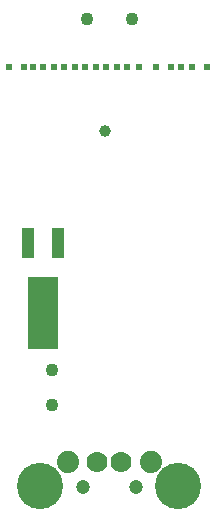
<source format=gbr>
G04 EAGLE Gerber RS-274X export*
G75*
%MOMM*%
%FSLAX34Y34*%
%LPD*%
%INSoldermask Bottom*%
%IPPOS*%
%AMOC8*
5,1,8,0,0,1.08239X$1,22.5*%
G01*
%ADD10C,0.601600*%
%ADD11C,1.001600*%
%ADD12C,3.911600*%
%ADD13C,1.201600*%
%ADD14C,1.879600*%
%ADD15C,1.778000*%
%ADD16C,1.101600*%
%ADD17R,2.601600X6.101600*%
%ADD18R,1.101600X2.601600*%


D10*
X171450Y381000D03*
X158750Y381000D03*
X149860Y381000D03*
X140970Y381000D03*
X128270Y381000D03*
X114300Y381000D03*
X104140Y381000D03*
X95250Y381000D03*
X86360Y381000D03*
X77470Y381000D03*
X68580Y381000D03*
X3810Y381000D03*
X16510Y381000D03*
X24130Y381000D03*
X33020Y381000D03*
X41910Y381000D03*
X50800Y381000D03*
X59690Y381000D03*
D11*
X85500Y326440D03*
D12*
X147400Y25600D03*
X30400Y25600D03*
D13*
X111400Y25180D03*
X66400Y25180D03*
D14*
X123900Y46400D03*
D15*
X98900Y46400D03*
X78900Y46400D03*
D14*
X53900Y46400D03*
D16*
X69850Y421640D03*
X107950Y421640D03*
X40640Y94220D03*
X40640Y124220D03*
D17*
X33020Y172070D03*
D18*
X45720Y232070D03*
X20320Y232070D03*
M02*

</source>
